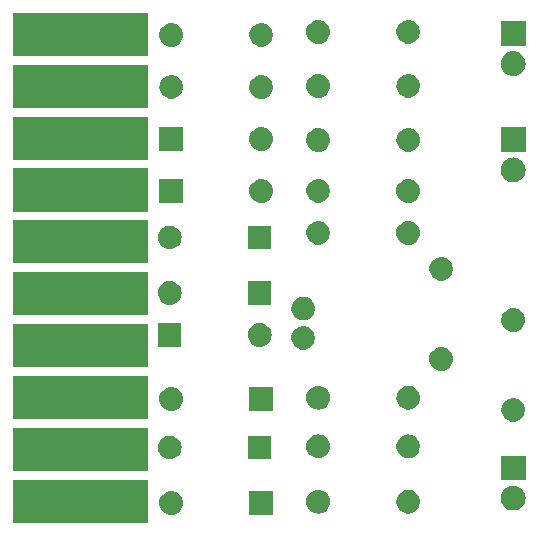
<source format=gbr>
G04 #@! TF.GenerationSoftware,KiCad,Pcbnew,(5.0.1)-3*
G04 #@! TF.CreationDate,2019-02-06T21:35:15-05:00*
G04 #@! TF.ProjectId,OdysseyDaughterCardSummer,4F647973736579446175676874657243,1.1*
G04 #@! TF.SameCoordinates,Original*
G04 #@! TF.FileFunction,Soldermask,Bot*
G04 #@! TF.FilePolarity,Negative*
%FSLAX46Y46*%
G04 Gerber Fmt 4.6, Leading zero omitted, Abs format (unit mm)*
G04 Created by KiCad (PCBNEW (5.0.1)-3) date 2/6/2019 9:35:15 PM*
%MOMM*%
%LPD*%
G01*
G04 APERTURE LIST*
%ADD10C,0.100000*%
G04 APERTURE END LIST*
D10*
G36*
X134700000Y-122574992D02*
X123300000Y-122574992D01*
X123300000Y-118924992D01*
X134700000Y-118924992D01*
X134700000Y-122574992D01*
X134700000Y-122574992D01*
G37*
G36*
X145272000Y-121904000D02*
X143272000Y-121904000D01*
X143272000Y-119904000D01*
X145272000Y-119904000D01*
X145272000Y-121904000D01*
X145272000Y-121904000D01*
G37*
G36*
X136848030Y-119918469D02*
X136848033Y-119918470D01*
X136848034Y-119918470D01*
X137036535Y-119975651D01*
X137036537Y-119975652D01*
X137210260Y-120068509D01*
X137362528Y-120193472D01*
X137487491Y-120345740D01*
X137487492Y-120345742D01*
X137580349Y-120519465D01*
X137637530Y-120707966D01*
X137637531Y-120707970D01*
X137656838Y-120904000D01*
X137637531Y-121100030D01*
X137637530Y-121100033D01*
X137637530Y-121100034D01*
X137595056Y-121240054D01*
X137580348Y-121288537D01*
X137487491Y-121462260D01*
X137362528Y-121614528D01*
X137210260Y-121739491D01*
X137210258Y-121739492D01*
X137036535Y-121832349D01*
X136848034Y-121889530D01*
X136848033Y-121889530D01*
X136848030Y-121889531D01*
X136701124Y-121904000D01*
X136602876Y-121904000D01*
X136455970Y-121889531D01*
X136455967Y-121889530D01*
X136455966Y-121889530D01*
X136267465Y-121832349D01*
X136093742Y-121739492D01*
X136093740Y-121739491D01*
X135941472Y-121614528D01*
X135816509Y-121462260D01*
X135723652Y-121288537D01*
X135708945Y-121240054D01*
X135666470Y-121100034D01*
X135666470Y-121100033D01*
X135666469Y-121100030D01*
X135647162Y-120904000D01*
X135666469Y-120707970D01*
X135666470Y-120707966D01*
X135723651Y-120519465D01*
X135816508Y-120345742D01*
X135816509Y-120345740D01*
X135941472Y-120193472D01*
X136093740Y-120068509D01*
X136267463Y-119975652D01*
X136267465Y-119975651D01*
X136455966Y-119918470D01*
X136455967Y-119918470D01*
X136455970Y-119918469D01*
X136602876Y-119904000D01*
X136701124Y-119904000D01*
X136848030Y-119918469D01*
X136848030Y-119918469D01*
G37*
G36*
X156893770Y-119819372D02*
X157009689Y-119842429D01*
X157191678Y-119917811D01*
X157355463Y-120027249D01*
X157494751Y-120166537D01*
X157604189Y-120330322D01*
X157679571Y-120512311D01*
X157702628Y-120628230D01*
X157716872Y-120699834D01*
X157718000Y-120705509D01*
X157718000Y-120902491D01*
X157679571Y-121095689D01*
X157604189Y-121277678D01*
X157494751Y-121441463D01*
X157355463Y-121580751D01*
X157191678Y-121690189D01*
X157009689Y-121765571D01*
X156893770Y-121788628D01*
X156816493Y-121804000D01*
X156619507Y-121804000D01*
X156542230Y-121788628D01*
X156426311Y-121765571D01*
X156244322Y-121690189D01*
X156080537Y-121580751D01*
X155941249Y-121441463D01*
X155831811Y-121277678D01*
X155756429Y-121095689D01*
X155718000Y-120902491D01*
X155718000Y-120705509D01*
X155719129Y-120699834D01*
X155733372Y-120628230D01*
X155756429Y-120512311D01*
X155831811Y-120330322D01*
X155941249Y-120166537D01*
X156080537Y-120027249D01*
X156244322Y-119917811D01*
X156426311Y-119842429D01*
X156542230Y-119819372D01*
X156619507Y-119804000D01*
X156816493Y-119804000D01*
X156893770Y-119819372D01*
X156893770Y-119819372D01*
G37*
G36*
X149294030Y-119818469D02*
X149294033Y-119818470D01*
X149294034Y-119818470D01*
X149482535Y-119875651D01*
X149482537Y-119875652D01*
X149656260Y-119968509D01*
X149808528Y-120093472D01*
X149933491Y-120245740D01*
X149933492Y-120245742D01*
X150026349Y-120419465D01*
X150083530Y-120607966D01*
X150083531Y-120607970D01*
X150102838Y-120804000D01*
X150083531Y-121000030D01*
X150083530Y-121000033D01*
X150083530Y-121000034D01*
X150053197Y-121100030D01*
X150026348Y-121188537D01*
X149933491Y-121362260D01*
X149808528Y-121514528D01*
X149656260Y-121639491D01*
X149656258Y-121639492D01*
X149482535Y-121732349D01*
X149294034Y-121789530D01*
X149294033Y-121789530D01*
X149294030Y-121789531D01*
X149147124Y-121804000D01*
X149048876Y-121804000D01*
X148901970Y-121789531D01*
X148901967Y-121789530D01*
X148901966Y-121789530D01*
X148713465Y-121732349D01*
X148539742Y-121639492D01*
X148539740Y-121639491D01*
X148387472Y-121514528D01*
X148262509Y-121362260D01*
X148169652Y-121188537D01*
X148142804Y-121100030D01*
X148112470Y-121000034D01*
X148112470Y-121000033D01*
X148112469Y-121000030D01*
X148093162Y-120804000D01*
X148112469Y-120607970D01*
X148112470Y-120607966D01*
X148169651Y-120419465D01*
X148262508Y-120245742D01*
X148262509Y-120245740D01*
X148387472Y-120093472D01*
X148539740Y-119968509D01*
X148713463Y-119875652D01*
X148713465Y-119875651D01*
X148901966Y-119818470D01*
X148901967Y-119818470D01*
X148901970Y-119818469D01*
X149048876Y-119804000D01*
X149147124Y-119804000D01*
X149294030Y-119818469D01*
X149294030Y-119818469D01*
G37*
G36*
X165736707Y-119451597D02*
X165813836Y-119459193D01*
X165945787Y-119499220D01*
X166011763Y-119519233D01*
X166194172Y-119616733D01*
X166354054Y-119747946D01*
X166485267Y-119907828D01*
X166582767Y-120090237D01*
X166582767Y-120090238D01*
X166642807Y-120288164D01*
X166663080Y-120494000D01*
X166642807Y-120699836D01*
X166611209Y-120804000D01*
X166582767Y-120897763D01*
X166485267Y-121080172D01*
X166354054Y-121240054D01*
X166194172Y-121371267D01*
X166011763Y-121468767D01*
X165945787Y-121488780D01*
X165813836Y-121528807D01*
X165736707Y-121536403D01*
X165659580Y-121544000D01*
X165556420Y-121544000D01*
X165479293Y-121536403D01*
X165402164Y-121528807D01*
X165270213Y-121488780D01*
X165204237Y-121468767D01*
X165021828Y-121371267D01*
X164861946Y-121240054D01*
X164730733Y-121080172D01*
X164633233Y-120897763D01*
X164604791Y-120804000D01*
X164573193Y-120699836D01*
X164552920Y-120494000D01*
X164573193Y-120288164D01*
X164633233Y-120090238D01*
X164633233Y-120090237D01*
X164730733Y-119907828D01*
X164861946Y-119747946D01*
X165021828Y-119616733D01*
X165204237Y-119519233D01*
X165270213Y-119499220D01*
X165402164Y-119459193D01*
X165479293Y-119451597D01*
X165556420Y-119444000D01*
X165659580Y-119444000D01*
X165736707Y-119451597D01*
X165736707Y-119451597D01*
G37*
G36*
X166658000Y-119004000D02*
X164558000Y-119004000D01*
X164558000Y-116904000D01*
X166658000Y-116904000D01*
X166658000Y-119004000D01*
X166658000Y-119004000D01*
G37*
G36*
X134700000Y-118186104D02*
X123300000Y-118186104D01*
X123300000Y-114536104D01*
X134700000Y-114536104D01*
X134700000Y-118186104D01*
X134700000Y-118186104D01*
G37*
G36*
X145145000Y-117205000D02*
X143145000Y-117205000D01*
X143145000Y-115205000D01*
X145145000Y-115205000D01*
X145145000Y-117205000D01*
X145145000Y-117205000D01*
G37*
G36*
X136721030Y-115219469D02*
X136721033Y-115219470D01*
X136721034Y-115219470D01*
X136909535Y-115276651D01*
X136909537Y-115276652D01*
X137083260Y-115369509D01*
X137235528Y-115494472D01*
X137360491Y-115646740D01*
X137360492Y-115646742D01*
X137453349Y-115820465D01*
X137510530Y-116008966D01*
X137510531Y-116008970D01*
X137529838Y-116205000D01*
X137510531Y-116401030D01*
X137510530Y-116401033D01*
X137510530Y-116401034D01*
X137483684Y-116489535D01*
X137453348Y-116589537D01*
X137360491Y-116763260D01*
X137235528Y-116915528D01*
X137083260Y-117040491D01*
X137083258Y-117040492D01*
X136909535Y-117133349D01*
X136721034Y-117190530D01*
X136721033Y-117190530D01*
X136721030Y-117190531D01*
X136574124Y-117205000D01*
X136475876Y-117205000D01*
X136328970Y-117190531D01*
X136328967Y-117190530D01*
X136328966Y-117190530D01*
X136140465Y-117133349D01*
X135966742Y-117040492D01*
X135966740Y-117040491D01*
X135814472Y-116915528D01*
X135689509Y-116763260D01*
X135596652Y-116589537D01*
X135566317Y-116489535D01*
X135539470Y-116401034D01*
X135539470Y-116401033D01*
X135539469Y-116401030D01*
X135520162Y-116205000D01*
X135539469Y-116008970D01*
X135539470Y-116008966D01*
X135596651Y-115820465D01*
X135689508Y-115646742D01*
X135689509Y-115646740D01*
X135814472Y-115494472D01*
X135966740Y-115369509D01*
X136140463Y-115276652D01*
X136140465Y-115276651D01*
X136328966Y-115219470D01*
X136328967Y-115219470D01*
X136328970Y-115219469D01*
X136475876Y-115205000D01*
X136574124Y-115205000D01*
X136721030Y-115219469D01*
X136721030Y-115219469D01*
G37*
G36*
X149294030Y-115119469D02*
X149294033Y-115119470D01*
X149294034Y-115119470D01*
X149482535Y-115176651D01*
X149482537Y-115176652D01*
X149656260Y-115269509D01*
X149808528Y-115394472D01*
X149933491Y-115546740D01*
X149933492Y-115546742D01*
X150026349Y-115720465D01*
X150083530Y-115908966D01*
X150083531Y-115908970D01*
X150102838Y-116105000D01*
X150083531Y-116301030D01*
X150083530Y-116301033D01*
X150083530Y-116301034D01*
X150053197Y-116401030D01*
X150026348Y-116489537D01*
X149933491Y-116663260D01*
X149808528Y-116815528D01*
X149656260Y-116940491D01*
X149656258Y-116940492D01*
X149482535Y-117033349D01*
X149294034Y-117090530D01*
X149294033Y-117090530D01*
X149294030Y-117090531D01*
X149147124Y-117105000D01*
X149048876Y-117105000D01*
X148901970Y-117090531D01*
X148901967Y-117090530D01*
X148901966Y-117090530D01*
X148713465Y-117033349D01*
X148539742Y-116940492D01*
X148539740Y-116940491D01*
X148387472Y-116815528D01*
X148262509Y-116663260D01*
X148169652Y-116489537D01*
X148142804Y-116401030D01*
X148112470Y-116301034D01*
X148112470Y-116301033D01*
X148112469Y-116301030D01*
X148093162Y-116105000D01*
X148112469Y-115908970D01*
X148112470Y-115908966D01*
X148169651Y-115720465D01*
X148262508Y-115546742D01*
X148262509Y-115546740D01*
X148387472Y-115394472D01*
X148539740Y-115269509D01*
X148713463Y-115176652D01*
X148713465Y-115176651D01*
X148901966Y-115119470D01*
X148901967Y-115119470D01*
X148901970Y-115119469D01*
X149048876Y-115105000D01*
X149147124Y-115105000D01*
X149294030Y-115119469D01*
X149294030Y-115119469D01*
G37*
G36*
X156893770Y-115120372D02*
X157009689Y-115143429D01*
X157191678Y-115218811D01*
X157355463Y-115328249D01*
X157494751Y-115467537D01*
X157604189Y-115631322D01*
X157679571Y-115813311D01*
X157718000Y-116006509D01*
X157718000Y-116203491D01*
X157679571Y-116396689D01*
X157604189Y-116578678D01*
X157494751Y-116742463D01*
X157355463Y-116881751D01*
X157191678Y-116991189D01*
X157009689Y-117066571D01*
X156893770Y-117089628D01*
X156816493Y-117105000D01*
X156619507Y-117105000D01*
X156542230Y-117089628D01*
X156426311Y-117066571D01*
X156244322Y-116991189D01*
X156080537Y-116881751D01*
X155941249Y-116742463D01*
X155831811Y-116578678D01*
X155756429Y-116396689D01*
X155718000Y-116203491D01*
X155718000Y-116006509D01*
X155756429Y-115813311D01*
X155831811Y-115631322D01*
X155941249Y-115467537D01*
X156080537Y-115328249D01*
X156244322Y-115218811D01*
X156426311Y-115143429D01*
X156542230Y-115120372D01*
X156619507Y-115105000D01*
X156816493Y-115105000D01*
X156893770Y-115120372D01*
X156893770Y-115120372D01*
G37*
G36*
X165783770Y-112045372D02*
X165899689Y-112068429D01*
X166081678Y-112143811D01*
X166245463Y-112253249D01*
X166384751Y-112392537D01*
X166494189Y-112556322D01*
X166569571Y-112738311D01*
X166577017Y-112775747D01*
X166607173Y-112927348D01*
X166608000Y-112931509D01*
X166608000Y-113128491D01*
X166569571Y-113321689D01*
X166494189Y-113503678D01*
X166384751Y-113667463D01*
X166245463Y-113806751D01*
X166081678Y-113916189D01*
X165899689Y-113991571D01*
X165783770Y-114014628D01*
X165706493Y-114030000D01*
X165509507Y-114030000D01*
X165432230Y-114014628D01*
X165316311Y-113991571D01*
X165134322Y-113916189D01*
X164970537Y-113806751D01*
X164831249Y-113667463D01*
X164721811Y-113503678D01*
X164646429Y-113321689D01*
X164608000Y-113128491D01*
X164608000Y-112931509D01*
X164608828Y-112927348D01*
X164638983Y-112775747D01*
X164646429Y-112738311D01*
X164721811Y-112556322D01*
X164831249Y-112392537D01*
X164970537Y-112253249D01*
X165134322Y-112143811D01*
X165316311Y-112068429D01*
X165432230Y-112045372D01*
X165509507Y-112030000D01*
X165706493Y-112030000D01*
X165783770Y-112045372D01*
X165783770Y-112045372D01*
G37*
G36*
X134700000Y-113797216D02*
X123300000Y-113797216D01*
X123300000Y-110147216D01*
X134700000Y-110147216D01*
X134700000Y-113797216D01*
X134700000Y-113797216D01*
G37*
G36*
X145272000Y-113099000D02*
X143272000Y-113099000D01*
X143272000Y-111099000D01*
X145272000Y-111099000D01*
X145272000Y-113099000D01*
X145272000Y-113099000D01*
G37*
G36*
X136848030Y-111113469D02*
X136848033Y-111113470D01*
X136848034Y-111113470D01*
X137036535Y-111170651D01*
X137036537Y-111170652D01*
X137210260Y-111263509D01*
X137362528Y-111388472D01*
X137487491Y-111540740D01*
X137487492Y-111540742D01*
X137580349Y-111714465D01*
X137637530Y-111902966D01*
X137637531Y-111902970D01*
X137656838Y-112099000D01*
X137637531Y-112295030D01*
X137637530Y-112295033D01*
X137637530Y-112295034D01*
X137607954Y-112392534D01*
X137580348Y-112483537D01*
X137487491Y-112657260D01*
X137362528Y-112809528D01*
X137210260Y-112934491D01*
X137210258Y-112934492D01*
X137036535Y-113027349D01*
X136848034Y-113084530D01*
X136848033Y-113084530D01*
X136848030Y-113084531D01*
X136701124Y-113099000D01*
X136602876Y-113099000D01*
X136455970Y-113084531D01*
X136455967Y-113084530D01*
X136455966Y-113084530D01*
X136267465Y-113027349D01*
X136093742Y-112934492D01*
X136093740Y-112934491D01*
X135941472Y-112809528D01*
X135816509Y-112657260D01*
X135723652Y-112483537D01*
X135696047Y-112392534D01*
X135666470Y-112295034D01*
X135666470Y-112295033D01*
X135666469Y-112295030D01*
X135647162Y-112099000D01*
X135666469Y-111902970D01*
X135666470Y-111902966D01*
X135723651Y-111714465D01*
X135816508Y-111540742D01*
X135816509Y-111540740D01*
X135941472Y-111388472D01*
X136093740Y-111263509D01*
X136267463Y-111170652D01*
X136267465Y-111170651D01*
X136455966Y-111113470D01*
X136455967Y-111113470D01*
X136455970Y-111113469D01*
X136602876Y-111099000D01*
X136701124Y-111099000D01*
X136848030Y-111113469D01*
X136848030Y-111113469D01*
G37*
G36*
X156893770Y-111014372D02*
X157009689Y-111037429D01*
X157191678Y-111112811D01*
X157355463Y-111222249D01*
X157494751Y-111361537D01*
X157604189Y-111525322D01*
X157679571Y-111707311D01*
X157702628Y-111823230D01*
X157718000Y-111900507D01*
X157718000Y-112097493D01*
X157702628Y-112174770D01*
X157679571Y-112290689D01*
X157604189Y-112472678D01*
X157494751Y-112636463D01*
X157355463Y-112775751D01*
X157191678Y-112885189D01*
X157009689Y-112960571D01*
X156893770Y-112983628D01*
X156816493Y-112999000D01*
X156619507Y-112999000D01*
X156542230Y-112983628D01*
X156426311Y-112960571D01*
X156244322Y-112885189D01*
X156080537Y-112775751D01*
X155941249Y-112636463D01*
X155831811Y-112472678D01*
X155756429Y-112290689D01*
X155733372Y-112174770D01*
X155718000Y-112097493D01*
X155718000Y-111900507D01*
X155733372Y-111823230D01*
X155756429Y-111707311D01*
X155831811Y-111525322D01*
X155941249Y-111361537D01*
X156080537Y-111222249D01*
X156244322Y-111112811D01*
X156426311Y-111037429D01*
X156542230Y-111014372D01*
X156619507Y-110999000D01*
X156816493Y-110999000D01*
X156893770Y-111014372D01*
X156893770Y-111014372D01*
G37*
G36*
X149294030Y-111013469D02*
X149294033Y-111013470D01*
X149294034Y-111013470D01*
X149482535Y-111070651D01*
X149482537Y-111070652D01*
X149656260Y-111163509D01*
X149808528Y-111288472D01*
X149933491Y-111440740D01*
X149933492Y-111440742D01*
X150026349Y-111614465D01*
X150083530Y-111802966D01*
X150083531Y-111802970D01*
X150102838Y-111999000D01*
X150083531Y-112195030D01*
X150083530Y-112195033D01*
X150083530Y-112195034D01*
X150053197Y-112295030D01*
X150026348Y-112383537D01*
X149933491Y-112557260D01*
X149808528Y-112709528D01*
X149656260Y-112834491D01*
X149656258Y-112834492D01*
X149482535Y-112927349D01*
X149294034Y-112984530D01*
X149294033Y-112984530D01*
X149294030Y-112984531D01*
X149147124Y-112999000D01*
X149048876Y-112999000D01*
X148901970Y-112984531D01*
X148901967Y-112984530D01*
X148901966Y-112984530D01*
X148713465Y-112927349D01*
X148539742Y-112834492D01*
X148539740Y-112834491D01*
X148387472Y-112709528D01*
X148262509Y-112557260D01*
X148169652Y-112383537D01*
X148142804Y-112295030D01*
X148112470Y-112195034D01*
X148112470Y-112195033D01*
X148112469Y-112195030D01*
X148093162Y-111999000D01*
X148112469Y-111802970D01*
X148112470Y-111802966D01*
X148169651Y-111614465D01*
X148262508Y-111440742D01*
X148262509Y-111440740D01*
X148387472Y-111288472D01*
X148539740Y-111163509D01*
X148713463Y-111070652D01*
X148713465Y-111070651D01*
X148901966Y-111013470D01*
X148901967Y-111013470D01*
X148901970Y-111013469D01*
X149048876Y-110999000D01*
X149147124Y-110999000D01*
X149294030Y-111013469D01*
X149294030Y-111013469D01*
G37*
G36*
X159708030Y-107726469D02*
X159708033Y-107726470D01*
X159708034Y-107726470D01*
X159896535Y-107783651D01*
X159896537Y-107783652D01*
X160070260Y-107876509D01*
X160222528Y-108001472D01*
X160347491Y-108153740D01*
X160440348Y-108327463D01*
X160497531Y-108515970D01*
X160516838Y-108712000D01*
X160497531Y-108908030D01*
X160440348Y-109096537D01*
X160347491Y-109270260D01*
X160222528Y-109422528D01*
X160070260Y-109547491D01*
X160070258Y-109547492D01*
X159896535Y-109640349D01*
X159708034Y-109697530D01*
X159708033Y-109697530D01*
X159708030Y-109697531D01*
X159561124Y-109712000D01*
X159462876Y-109712000D01*
X159315970Y-109697531D01*
X159315967Y-109697530D01*
X159315966Y-109697530D01*
X159127465Y-109640349D01*
X158953742Y-109547492D01*
X158953740Y-109547491D01*
X158801472Y-109422528D01*
X158676509Y-109270260D01*
X158583652Y-109096537D01*
X158526469Y-108908030D01*
X158507162Y-108712000D01*
X158526469Y-108515970D01*
X158583652Y-108327463D01*
X158676509Y-108153740D01*
X158801472Y-108001472D01*
X158953740Y-107876509D01*
X159127463Y-107783652D01*
X159127465Y-107783651D01*
X159315966Y-107726470D01*
X159315967Y-107726470D01*
X159315970Y-107726469D01*
X159462876Y-107712000D01*
X159561124Y-107712000D01*
X159708030Y-107726469D01*
X159708030Y-107726469D01*
G37*
G36*
X134700000Y-109408328D02*
X123300000Y-109408328D01*
X123300000Y-105758328D01*
X134700000Y-105758328D01*
X134700000Y-109408328D01*
X134700000Y-109408328D01*
G37*
G36*
X148003770Y-105949372D02*
X148119689Y-105972429D01*
X148301678Y-106047811D01*
X148465463Y-106157249D01*
X148604751Y-106296537D01*
X148714189Y-106460322D01*
X148789571Y-106642311D01*
X148828000Y-106835509D01*
X148828000Y-107032491D01*
X148789571Y-107225689D01*
X148714189Y-107407678D01*
X148604751Y-107571463D01*
X148465463Y-107710751D01*
X148301678Y-107820189D01*
X148119689Y-107895571D01*
X148003770Y-107918628D01*
X147926493Y-107934000D01*
X147729507Y-107934000D01*
X147652230Y-107918628D01*
X147536311Y-107895571D01*
X147354322Y-107820189D01*
X147190537Y-107710751D01*
X147051249Y-107571463D01*
X146941811Y-107407678D01*
X146866429Y-107225689D01*
X146828000Y-107032491D01*
X146828000Y-106835509D01*
X146866429Y-106642311D01*
X146941811Y-106460322D01*
X147051249Y-106296537D01*
X147190537Y-106157249D01*
X147354322Y-106047811D01*
X147536311Y-105972429D01*
X147652230Y-105949372D01*
X147729507Y-105934000D01*
X147926493Y-105934000D01*
X148003770Y-105949372D01*
X148003770Y-105949372D01*
G37*
G36*
X137525000Y-107680000D02*
X135525000Y-107680000D01*
X135525000Y-105680000D01*
X137525000Y-105680000D01*
X137525000Y-107680000D01*
X137525000Y-107680000D01*
G37*
G36*
X144341030Y-105694469D02*
X144341033Y-105694470D01*
X144341034Y-105694470D01*
X144529535Y-105751651D01*
X144529537Y-105751652D01*
X144703260Y-105844509D01*
X144855528Y-105969472D01*
X144980491Y-106121740D01*
X144980492Y-106121742D01*
X145073349Y-106295465D01*
X145130530Y-106483966D01*
X145130531Y-106483970D01*
X145149838Y-106680000D01*
X145130531Y-106876030D01*
X145130530Y-106876033D01*
X145130530Y-106876034D01*
X145083069Y-107032493D01*
X145073348Y-107064537D01*
X144980491Y-107238260D01*
X144855528Y-107390528D01*
X144703260Y-107515491D01*
X144703258Y-107515492D01*
X144529535Y-107608349D01*
X144341034Y-107665530D01*
X144341033Y-107665530D01*
X144341030Y-107665531D01*
X144194124Y-107680000D01*
X144095876Y-107680000D01*
X143948970Y-107665531D01*
X143948967Y-107665530D01*
X143948966Y-107665530D01*
X143760465Y-107608349D01*
X143586742Y-107515492D01*
X143586740Y-107515491D01*
X143434472Y-107390528D01*
X143309509Y-107238260D01*
X143216652Y-107064537D01*
X143206932Y-107032493D01*
X143159470Y-106876034D01*
X143159470Y-106876033D01*
X143159469Y-106876030D01*
X143140162Y-106680000D01*
X143159469Y-106483970D01*
X143159470Y-106483966D01*
X143216651Y-106295465D01*
X143309508Y-106121742D01*
X143309509Y-106121740D01*
X143434472Y-105969472D01*
X143586740Y-105844509D01*
X143760463Y-105751652D01*
X143760465Y-105751651D01*
X143948966Y-105694470D01*
X143948967Y-105694470D01*
X143948970Y-105694469D01*
X144095876Y-105680000D01*
X144194124Y-105680000D01*
X144341030Y-105694469D01*
X144341030Y-105694469D01*
G37*
G36*
X165804030Y-104424469D02*
X165804033Y-104424470D01*
X165804034Y-104424470D01*
X165992535Y-104481651D01*
X165992537Y-104481652D01*
X166166260Y-104574509D01*
X166318528Y-104699472D01*
X166443491Y-104851740D01*
X166533129Y-105019440D01*
X166536349Y-105025465D01*
X166592555Y-105210751D01*
X166593531Y-105213970D01*
X166612838Y-105410000D01*
X166593531Y-105606030D01*
X166593530Y-105606033D01*
X166593530Y-105606034D01*
X166549358Y-105751651D01*
X166536348Y-105794537D01*
X166443491Y-105968260D01*
X166318528Y-106120528D01*
X166166260Y-106245491D01*
X166166258Y-106245492D01*
X165992535Y-106338349D01*
X165804034Y-106395530D01*
X165804033Y-106395530D01*
X165804030Y-106395531D01*
X165657124Y-106410000D01*
X165558876Y-106410000D01*
X165411970Y-106395531D01*
X165411967Y-106395530D01*
X165411966Y-106395530D01*
X165223465Y-106338349D01*
X165049742Y-106245492D01*
X165049740Y-106245491D01*
X164897472Y-106120528D01*
X164772509Y-105968260D01*
X164679652Y-105794537D01*
X164666643Y-105751651D01*
X164622470Y-105606034D01*
X164622470Y-105606033D01*
X164622469Y-105606030D01*
X164603162Y-105410000D01*
X164622469Y-105213970D01*
X164623445Y-105210751D01*
X164679651Y-105025465D01*
X164682871Y-105019440D01*
X164772509Y-104851740D01*
X164897472Y-104699472D01*
X165049740Y-104574509D01*
X165223463Y-104481652D01*
X165223465Y-104481651D01*
X165411966Y-104424470D01*
X165411967Y-104424470D01*
X165411970Y-104424469D01*
X165558876Y-104410000D01*
X165657124Y-104410000D01*
X165804030Y-104424469D01*
X165804030Y-104424469D01*
G37*
G36*
X148003770Y-103449372D02*
X148119689Y-103472429D01*
X148301678Y-103547811D01*
X148465463Y-103657249D01*
X148604751Y-103796537D01*
X148714189Y-103960322D01*
X148789571Y-104142311D01*
X148812628Y-104258230D01*
X148828000Y-104335507D01*
X148828000Y-104532493D01*
X148819642Y-104574509D01*
X148789571Y-104725689D01*
X148714189Y-104907678D01*
X148604751Y-105071463D01*
X148465463Y-105210751D01*
X148301678Y-105320189D01*
X148119689Y-105395571D01*
X148003770Y-105418628D01*
X147926493Y-105434000D01*
X147729507Y-105434000D01*
X147652230Y-105418628D01*
X147536311Y-105395571D01*
X147354322Y-105320189D01*
X147190537Y-105210751D01*
X147051249Y-105071463D01*
X146941811Y-104907678D01*
X146866429Y-104725689D01*
X146836358Y-104574509D01*
X146828000Y-104532493D01*
X146828000Y-104335507D01*
X146843372Y-104258230D01*
X146866429Y-104142311D01*
X146941811Y-103960322D01*
X147051249Y-103796537D01*
X147190537Y-103657249D01*
X147354322Y-103547811D01*
X147536311Y-103472429D01*
X147652230Y-103449372D01*
X147729507Y-103434000D01*
X147926493Y-103434000D01*
X148003770Y-103449372D01*
X148003770Y-103449372D01*
G37*
G36*
X134700000Y-105019440D02*
X123300000Y-105019440D01*
X123300000Y-101369440D01*
X134700000Y-101369440D01*
X134700000Y-105019440D01*
X134700000Y-105019440D01*
G37*
G36*
X136721030Y-102138469D02*
X136721033Y-102138470D01*
X136721034Y-102138470D01*
X136909535Y-102195651D01*
X136909537Y-102195652D01*
X137083260Y-102288509D01*
X137235528Y-102413472D01*
X137360491Y-102565740D01*
X137453348Y-102739463D01*
X137510531Y-102927970D01*
X137529838Y-103124000D01*
X137510531Y-103320030D01*
X137510530Y-103320033D01*
X137510530Y-103320034D01*
X137464302Y-103472429D01*
X137453348Y-103508537D01*
X137360491Y-103682260D01*
X137235528Y-103834528D01*
X137083260Y-103959491D01*
X137083258Y-103959492D01*
X136909535Y-104052349D01*
X136721034Y-104109530D01*
X136721033Y-104109530D01*
X136721030Y-104109531D01*
X136574124Y-104124000D01*
X136475876Y-104124000D01*
X136328970Y-104109531D01*
X136328967Y-104109530D01*
X136328966Y-104109530D01*
X136140465Y-104052349D01*
X135966742Y-103959492D01*
X135966740Y-103959491D01*
X135814472Y-103834528D01*
X135689509Y-103682260D01*
X135596652Y-103508537D01*
X135585699Y-103472429D01*
X135539470Y-103320034D01*
X135539470Y-103320033D01*
X135539469Y-103320030D01*
X135520162Y-103124000D01*
X135539469Y-102927970D01*
X135596652Y-102739463D01*
X135689509Y-102565740D01*
X135814472Y-102413472D01*
X135966740Y-102288509D01*
X136140463Y-102195652D01*
X136140465Y-102195651D01*
X136328966Y-102138470D01*
X136328967Y-102138470D01*
X136328970Y-102138469D01*
X136475876Y-102124000D01*
X136574124Y-102124000D01*
X136721030Y-102138469D01*
X136721030Y-102138469D01*
G37*
G36*
X145145000Y-104124000D02*
X143145000Y-104124000D01*
X143145000Y-102124000D01*
X145145000Y-102124000D01*
X145145000Y-104124000D01*
X145145000Y-104124000D01*
G37*
G36*
X159687770Y-100107372D02*
X159803689Y-100130429D01*
X159985678Y-100205811D01*
X160149463Y-100315249D01*
X160288751Y-100454537D01*
X160398189Y-100618322D01*
X160473571Y-100800311D01*
X160512000Y-100993509D01*
X160512000Y-101190491D01*
X160473571Y-101383689D01*
X160398189Y-101565678D01*
X160288751Y-101729463D01*
X160149463Y-101868751D01*
X159985678Y-101978189D01*
X159803689Y-102053571D01*
X159687770Y-102076628D01*
X159610493Y-102092000D01*
X159413507Y-102092000D01*
X159336230Y-102076628D01*
X159220311Y-102053571D01*
X159038322Y-101978189D01*
X158874537Y-101868751D01*
X158735249Y-101729463D01*
X158625811Y-101565678D01*
X158550429Y-101383689D01*
X158512000Y-101190491D01*
X158512000Y-100993509D01*
X158550429Y-100800311D01*
X158625811Y-100618322D01*
X158735249Y-100454537D01*
X158874537Y-100315249D01*
X159038322Y-100205811D01*
X159220311Y-100130429D01*
X159336230Y-100107372D01*
X159413507Y-100092000D01*
X159610493Y-100092000D01*
X159687770Y-100107372D01*
X159687770Y-100107372D01*
G37*
G36*
X134700000Y-100630552D02*
X123300000Y-100630552D01*
X123300000Y-96980552D01*
X134700000Y-96980552D01*
X134700000Y-100630552D01*
X134700000Y-100630552D01*
G37*
G36*
X145145000Y-99425000D02*
X143145000Y-99425000D01*
X143145000Y-97425000D01*
X145145000Y-97425000D01*
X145145000Y-99425000D01*
X145145000Y-99425000D01*
G37*
G36*
X136721030Y-97439469D02*
X136721033Y-97439470D01*
X136721034Y-97439470D01*
X136909535Y-97496651D01*
X136909537Y-97496652D01*
X137083260Y-97589509D01*
X137235528Y-97714472D01*
X137360491Y-97866740D01*
X137360492Y-97866742D01*
X137453349Y-98040465D01*
X137510530Y-98228966D01*
X137510531Y-98228970D01*
X137529838Y-98425000D01*
X137510531Y-98621030D01*
X137453348Y-98809537D01*
X137360491Y-98983260D01*
X137235528Y-99135528D01*
X137083260Y-99260491D01*
X137083258Y-99260492D01*
X136909535Y-99353349D01*
X136721034Y-99410530D01*
X136721033Y-99410530D01*
X136721030Y-99410531D01*
X136574124Y-99425000D01*
X136475876Y-99425000D01*
X136328970Y-99410531D01*
X136328967Y-99410530D01*
X136328966Y-99410530D01*
X136140465Y-99353349D01*
X135966742Y-99260492D01*
X135966740Y-99260491D01*
X135814472Y-99135528D01*
X135689509Y-98983260D01*
X135596652Y-98809537D01*
X135539469Y-98621030D01*
X135520162Y-98425000D01*
X135539469Y-98228970D01*
X135539470Y-98228966D01*
X135596651Y-98040465D01*
X135689508Y-97866742D01*
X135689509Y-97866740D01*
X135814472Y-97714472D01*
X135966740Y-97589509D01*
X136140463Y-97496652D01*
X136140465Y-97496651D01*
X136328966Y-97439470D01*
X136328967Y-97439470D01*
X136328970Y-97439469D01*
X136475876Y-97425000D01*
X136574124Y-97425000D01*
X136721030Y-97439469D01*
X136721030Y-97439469D01*
G37*
G36*
X149273770Y-97059372D02*
X149389689Y-97082429D01*
X149571678Y-97157811D01*
X149735463Y-97267249D01*
X149874751Y-97406537D01*
X149984189Y-97570322D01*
X150059571Y-97752311D01*
X150098000Y-97945509D01*
X150098000Y-98142491D01*
X150059571Y-98335689D01*
X149984189Y-98517678D01*
X149874751Y-98681463D01*
X149735463Y-98820751D01*
X149571678Y-98930189D01*
X149389689Y-99005571D01*
X149273770Y-99028628D01*
X149196493Y-99044000D01*
X148999507Y-99044000D01*
X148922230Y-99028628D01*
X148806311Y-99005571D01*
X148624322Y-98930189D01*
X148460537Y-98820751D01*
X148321249Y-98681463D01*
X148211811Y-98517678D01*
X148136429Y-98335689D01*
X148098000Y-98142491D01*
X148098000Y-97945509D01*
X148136429Y-97752311D01*
X148211811Y-97570322D01*
X148321249Y-97406537D01*
X148460537Y-97267249D01*
X148624322Y-97157811D01*
X148806311Y-97082429D01*
X148922230Y-97059372D01*
X148999507Y-97044000D01*
X149196493Y-97044000D01*
X149273770Y-97059372D01*
X149273770Y-97059372D01*
G37*
G36*
X156914030Y-97058469D02*
X156914033Y-97058470D01*
X156914034Y-97058470D01*
X157102535Y-97115651D01*
X157102537Y-97115652D01*
X157276260Y-97208509D01*
X157428528Y-97333472D01*
X157553491Y-97485740D01*
X157646348Y-97659463D01*
X157703531Y-97847970D01*
X157722838Y-98044000D01*
X157703531Y-98240030D01*
X157646348Y-98428537D01*
X157553491Y-98602260D01*
X157428528Y-98754528D01*
X157276260Y-98879491D01*
X157276258Y-98879492D01*
X157102535Y-98972349D01*
X156914034Y-99029530D01*
X156914033Y-99029530D01*
X156914030Y-99029531D01*
X156767124Y-99044000D01*
X156668876Y-99044000D01*
X156521970Y-99029531D01*
X156521967Y-99029530D01*
X156521966Y-99029530D01*
X156333465Y-98972349D01*
X156159742Y-98879492D01*
X156159740Y-98879491D01*
X156007472Y-98754528D01*
X155882509Y-98602260D01*
X155789652Y-98428537D01*
X155732469Y-98240030D01*
X155713162Y-98044000D01*
X155732469Y-97847970D01*
X155789652Y-97659463D01*
X155882509Y-97485740D01*
X156007472Y-97333472D01*
X156159740Y-97208509D01*
X156333463Y-97115652D01*
X156333465Y-97115651D01*
X156521966Y-97058470D01*
X156521967Y-97058470D01*
X156521970Y-97058469D01*
X156668876Y-97044000D01*
X156767124Y-97044000D01*
X156914030Y-97058469D01*
X156914030Y-97058469D01*
G37*
G36*
X134700000Y-96241664D02*
X123300000Y-96241664D01*
X123300000Y-92591664D01*
X134700000Y-92591664D01*
X134700000Y-96241664D01*
X134700000Y-96241664D01*
G37*
G36*
X137652000Y-95488000D02*
X135652000Y-95488000D01*
X135652000Y-93488000D01*
X137652000Y-93488000D01*
X137652000Y-95488000D01*
X137652000Y-95488000D01*
G37*
G36*
X144468030Y-93502469D02*
X144468033Y-93502470D01*
X144468034Y-93502470D01*
X144656535Y-93559651D01*
X144656537Y-93559652D01*
X144830260Y-93652509D01*
X144982528Y-93777472D01*
X145107491Y-93929740D01*
X145200348Y-94103463D01*
X145257531Y-94291970D01*
X145276838Y-94488000D01*
X145257531Y-94684030D01*
X145200348Y-94872537D01*
X145107491Y-95046260D01*
X144982528Y-95198528D01*
X144830260Y-95323491D01*
X144830258Y-95323492D01*
X144656535Y-95416349D01*
X144468034Y-95473530D01*
X144468033Y-95473530D01*
X144468030Y-95473531D01*
X144321124Y-95488000D01*
X144222876Y-95488000D01*
X144075970Y-95473531D01*
X144075967Y-95473530D01*
X144075966Y-95473530D01*
X143887465Y-95416349D01*
X143713742Y-95323492D01*
X143713740Y-95323491D01*
X143561472Y-95198528D01*
X143436509Y-95046260D01*
X143343652Y-94872537D01*
X143286469Y-94684030D01*
X143267162Y-94488000D01*
X143286469Y-94291970D01*
X143343652Y-94103463D01*
X143436509Y-93929740D01*
X143561472Y-93777472D01*
X143713740Y-93652509D01*
X143887463Y-93559652D01*
X143887465Y-93559651D01*
X144075966Y-93502470D01*
X144075967Y-93502470D01*
X144075970Y-93502469D01*
X144222876Y-93488000D01*
X144321124Y-93488000D01*
X144468030Y-93502469D01*
X144468030Y-93502469D01*
G37*
G36*
X156914030Y-93502469D02*
X156914033Y-93502470D01*
X156914034Y-93502470D01*
X157102535Y-93559651D01*
X157102537Y-93559652D01*
X157276260Y-93652509D01*
X157428528Y-93777472D01*
X157553491Y-93929740D01*
X157646348Y-94103463D01*
X157703531Y-94291970D01*
X157722838Y-94488000D01*
X157703531Y-94684030D01*
X157646348Y-94872537D01*
X157553491Y-95046260D01*
X157428528Y-95198528D01*
X157276260Y-95323491D01*
X157276258Y-95323492D01*
X157102535Y-95416349D01*
X156914034Y-95473530D01*
X156914033Y-95473530D01*
X156914030Y-95473531D01*
X156767124Y-95488000D01*
X156668876Y-95488000D01*
X156521970Y-95473531D01*
X156521967Y-95473530D01*
X156521966Y-95473530D01*
X156333465Y-95416349D01*
X156159742Y-95323492D01*
X156159740Y-95323491D01*
X156007472Y-95198528D01*
X155882509Y-95046260D01*
X155789652Y-94872537D01*
X155732469Y-94684030D01*
X155713162Y-94488000D01*
X155732469Y-94291970D01*
X155789652Y-94103463D01*
X155882509Y-93929740D01*
X156007472Y-93777472D01*
X156159740Y-93652509D01*
X156333463Y-93559652D01*
X156333465Y-93559651D01*
X156521966Y-93502470D01*
X156521967Y-93502470D01*
X156521970Y-93502469D01*
X156668876Y-93488000D01*
X156767124Y-93488000D01*
X156914030Y-93502469D01*
X156914030Y-93502469D01*
G37*
G36*
X149273770Y-93503372D02*
X149389689Y-93526429D01*
X149571678Y-93601811D01*
X149735463Y-93711249D01*
X149874751Y-93850537D01*
X149984189Y-94014322D01*
X150059571Y-94196311D01*
X150098000Y-94389509D01*
X150098000Y-94586491D01*
X150059571Y-94779689D01*
X149984189Y-94961678D01*
X149874751Y-95125463D01*
X149735463Y-95264751D01*
X149571678Y-95374189D01*
X149389689Y-95449571D01*
X149273770Y-95472628D01*
X149196493Y-95488000D01*
X148999507Y-95488000D01*
X148922230Y-95472628D01*
X148806311Y-95449571D01*
X148624322Y-95374189D01*
X148460537Y-95264751D01*
X148321249Y-95125463D01*
X148211811Y-94961678D01*
X148136429Y-94779689D01*
X148098000Y-94586491D01*
X148098000Y-94389509D01*
X148136429Y-94196311D01*
X148211811Y-94014322D01*
X148321249Y-93850537D01*
X148460537Y-93711249D01*
X148624322Y-93601811D01*
X148806311Y-93526429D01*
X148922230Y-93503372D01*
X148999507Y-93488000D01*
X149196493Y-93488000D01*
X149273770Y-93503372D01*
X149273770Y-93503372D01*
G37*
G36*
X165736707Y-91667597D02*
X165813836Y-91675193D01*
X165945787Y-91715220D01*
X166011763Y-91735233D01*
X166194172Y-91832733D01*
X166354054Y-91963946D01*
X166485267Y-92123828D01*
X166582767Y-92306237D01*
X166582767Y-92306238D01*
X166642807Y-92504164D01*
X166663080Y-92710000D01*
X166642807Y-92915836D01*
X166602780Y-93047787D01*
X166582767Y-93113763D01*
X166485267Y-93296172D01*
X166354054Y-93456054D01*
X166194172Y-93587267D01*
X166011763Y-93684767D01*
X165945787Y-93704780D01*
X165813836Y-93744807D01*
X165736707Y-93752403D01*
X165659580Y-93760000D01*
X165556420Y-93760000D01*
X165479293Y-93752403D01*
X165402164Y-93744807D01*
X165270213Y-93704780D01*
X165204237Y-93684767D01*
X165021828Y-93587267D01*
X164861946Y-93456054D01*
X164730733Y-93296172D01*
X164633233Y-93113763D01*
X164613220Y-93047787D01*
X164573193Y-92915836D01*
X164552920Y-92710000D01*
X164573193Y-92504164D01*
X164633233Y-92306238D01*
X164633233Y-92306237D01*
X164730733Y-92123828D01*
X164861946Y-91963946D01*
X165021828Y-91832733D01*
X165204237Y-91735233D01*
X165270213Y-91715220D01*
X165402164Y-91675193D01*
X165479293Y-91667596D01*
X165556420Y-91660000D01*
X165659580Y-91660000D01*
X165736707Y-91667597D01*
X165736707Y-91667597D01*
G37*
G36*
X134700000Y-91852776D02*
X123300000Y-91852776D01*
X123300000Y-88202776D01*
X134700000Y-88202776D01*
X134700000Y-91852776D01*
X134700000Y-91852776D01*
G37*
G36*
X166658000Y-91220000D02*
X164558000Y-91220000D01*
X164558000Y-89120000D01*
X166658000Y-89120000D01*
X166658000Y-91220000D01*
X166658000Y-91220000D01*
G37*
G36*
X149294030Y-89184469D02*
X149294033Y-89184470D01*
X149294034Y-89184470D01*
X149482535Y-89241651D01*
X149482537Y-89241652D01*
X149656260Y-89334509D01*
X149808528Y-89459472D01*
X149933491Y-89611740D01*
X149933492Y-89611742D01*
X150026349Y-89785465D01*
X150057838Y-89889270D01*
X150083531Y-89973970D01*
X150102838Y-90170000D01*
X150083531Y-90366030D01*
X150083530Y-90366033D01*
X150083530Y-90366034D01*
X150052042Y-90469837D01*
X150026348Y-90554537D01*
X149933491Y-90728260D01*
X149808528Y-90880528D01*
X149656260Y-91005491D01*
X149506948Y-91085300D01*
X149482535Y-91098349D01*
X149294034Y-91155530D01*
X149294033Y-91155530D01*
X149294030Y-91155531D01*
X149147124Y-91170000D01*
X149048876Y-91170000D01*
X148901970Y-91155531D01*
X148901967Y-91155530D01*
X148901966Y-91155530D01*
X148713465Y-91098349D01*
X148689052Y-91085300D01*
X148539740Y-91005491D01*
X148387472Y-90880528D01*
X148262509Y-90728260D01*
X148169652Y-90554537D01*
X148143959Y-90469837D01*
X148112470Y-90366034D01*
X148112470Y-90366033D01*
X148112469Y-90366030D01*
X148093162Y-90170000D01*
X148112469Y-89973970D01*
X148138162Y-89889270D01*
X148169651Y-89785465D01*
X148262508Y-89611742D01*
X148262509Y-89611740D01*
X148387472Y-89459472D01*
X148539740Y-89334509D01*
X148713463Y-89241652D01*
X148713465Y-89241651D01*
X148901966Y-89184470D01*
X148901967Y-89184470D01*
X148901970Y-89184469D01*
X149048876Y-89170000D01*
X149147124Y-89170000D01*
X149294030Y-89184469D01*
X149294030Y-89184469D01*
G37*
G36*
X156893770Y-89185372D02*
X157009689Y-89208429D01*
X157191678Y-89283811D01*
X157355463Y-89393249D01*
X157494751Y-89532537D01*
X157604189Y-89696322D01*
X157679571Y-89878311D01*
X157702628Y-89994230D01*
X157718000Y-90071507D01*
X157718000Y-90268493D01*
X157702628Y-90345770D01*
X157679571Y-90461689D01*
X157604189Y-90643678D01*
X157494751Y-90807463D01*
X157355463Y-90946751D01*
X157191678Y-91056189D01*
X157009689Y-91131571D01*
X156893770Y-91154628D01*
X156816493Y-91170000D01*
X156619507Y-91170000D01*
X156542230Y-91154628D01*
X156426311Y-91131571D01*
X156244322Y-91056189D01*
X156080537Y-90946751D01*
X155941249Y-90807463D01*
X155831811Y-90643678D01*
X155756429Y-90461689D01*
X155733372Y-90345770D01*
X155718000Y-90268493D01*
X155718000Y-90071507D01*
X155733372Y-89994230D01*
X155756429Y-89878311D01*
X155831811Y-89696322D01*
X155941249Y-89532537D01*
X156080537Y-89393249D01*
X156244322Y-89283811D01*
X156426311Y-89208429D01*
X156542230Y-89185372D01*
X156619507Y-89170000D01*
X156816493Y-89170000D01*
X156893770Y-89185372D01*
X156893770Y-89185372D01*
G37*
G36*
X144468030Y-89099769D02*
X144468033Y-89099770D01*
X144468034Y-89099770D01*
X144656535Y-89156951D01*
X144656537Y-89156952D01*
X144830260Y-89249809D01*
X144982528Y-89374772D01*
X145107491Y-89527040D01*
X145107492Y-89527042D01*
X145200349Y-89700765D01*
X145226042Y-89785465D01*
X145257531Y-89889270D01*
X145276838Y-90085300D01*
X145257531Y-90281330D01*
X145257530Y-90281333D01*
X145257530Y-90281334D01*
X145231837Y-90366034D01*
X145200348Y-90469837D01*
X145107491Y-90643560D01*
X144982528Y-90795828D01*
X144830260Y-90920791D01*
X144830258Y-90920792D01*
X144656535Y-91013649D01*
X144468034Y-91070830D01*
X144468033Y-91070830D01*
X144468030Y-91070831D01*
X144321124Y-91085300D01*
X144222876Y-91085300D01*
X144075970Y-91070831D01*
X144075967Y-91070830D01*
X144075966Y-91070830D01*
X143887465Y-91013649D01*
X143713742Y-90920792D01*
X143713740Y-90920791D01*
X143561472Y-90795828D01*
X143436509Y-90643560D01*
X143343652Y-90469837D01*
X143312164Y-90366034D01*
X143286470Y-90281334D01*
X143286470Y-90281333D01*
X143286469Y-90281330D01*
X143267162Y-90085300D01*
X143286469Y-89889270D01*
X143317958Y-89785465D01*
X143343651Y-89700765D01*
X143436508Y-89527042D01*
X143436509Y-89527040D01*
X143561472Y-89374772D01*
X143713740Y-89249809D01*
X143887463Y-89156952D01*
X143887465Y-89156951D01*
X144075966Y-89099770D01*
X144075967Y-89099770D01*
X144075970Y-89099769D01*
X144222876Y-89085300D01*
X144321124Y-89085300D01*
X144468030Y-89099769D01*
X144468030Y-89099769D01*
G37*
G36*
X137652000Y-91085300D02*
X135652000Y-91085300D01*
X135652000Y-89085300D01*
X137652000Y-89085300D01*
X137652000Y-91085300D01*
X137652000Y-91085300D01*
G37*
G36*
X134700000Y-87463888D02*
X123300000Y-87463888D01*
X123300000Y-83813888D01*
X134700000Y-83813888D01*
X134700000Y-87463888D01*
X134700000Y-87463888D01*
G37*
G36*
X136827770Y-84698072D02*
X136943689Y-84721129D01*
X137125678Y-84796511D01*
X137289463Y-84905949D01*
X137428751Y-85045237D01*
X137538189Y-85209022D01*
X137613571Y-85391011D01*
X137635152Y-85499507D01*
X137652000Y-85584207D01*
X137652000Y-85781193D01*
X137636628Y-85858470D01*
X137613571Y-85974389D01*
X137538189Y-86156378D01*
X137428751Y-86320163D01*
X137289463Y-86459451D01*
X137125678Y-86568889D01*
X136943689Y-86644271D01*
X136827770Y-86667328D01*
X136750493Y-86682700D01*
X136553507Y-86682700D01*
X136476230Y-86667328D01*
X136360311Y-86644271D01*
X136178322Y-86568889D01*
X136014537Y-86459451D01*
X135875249Y-86320163D01*
X135765811Y-86156378D01*
X135690429Y-85974389D01*
X135667372Y-85858470D01*
X135652000Y-85781193D01*
X135652000Y-85584207D01*
X135668848Y-85499507D01*
X135690429Y-85391011D01*
X135765811Y-85209022D01*
X135875249Y-85045237D01*
X136014537Y-84905949D01*
X136178322Y-84796511D01*
X136360311Y-84721129D01*
X136476230Y-84698072D01*
X136553507Y-84682700D01*
X136750493Y-84682700D01*
X136827770Y-84698072D01*
X136827770Y-84698072D01*
G37*
G36*
X144468030Y-84697169D02*
X144468033Y-84697170D01*
X144468034Y-84697170D01*
X144656535Y-84754351D01*
X144656537Y-84754352D01*
X144830260Y-84847209D01*
X144982528Y-84972172D01*
X145107491Y-85124440D01*
X145107492Y-85124442D01*
X145200349Y-85298165D01*
X145231838Y-85401970D01*
X145257531Y-85486670D01*
X145276838Y-85682700D01*
X145257531Y-85878730D01*
X145257530Y-85878733D01*
X145257530Y-85878734D01*
X145226042Y-85982537D01*
X145200348Y-86067237D01*
X145107491Y-86240960D01*
X144982528Y-86393228D01*
X144830260Y-86518191D01*
X144680948Y-86598000D01*
X144656535Y-86611049D01*
X144468034Y-86668230D01*
X144468033Y-86668230D01*
X144468030Y-86668231D01*
X144321124Y-86682700D01*
X144222876Y-86682700D01*
X144075970Y-86668231D01*
X144075967Y-86668230D01*
X144075966Y-86668230D01*
X143887465Y-86611049D01*
X143863052Y-86598000D01*
X143713740Y-86518191D01*
X143561472Y-86393228D01*
X143436509Y-86240960D01*
X143343652Y-86067237D01*
X143317959Y-85982537D01*
X143286470Y-85878734D01*
X143286470Y-85878733D01*
X143286469Y-85878730D01*
X143267162Y-85682700D01*
X143286469Y-85486670D01*
X143312162Y-85401970D01*
X143343651Y-85298165D01*
X143436508Y-85124442D01*
X143436509Y-85124440D01*
X143561472Y-84972172D01*
X143713740Y-84847209D01*
X143887463Y-84754352D01*
X143887465Y-84754351D01*
X144075966Y-84697170D01*
X144075967Y-84697170D01*
X144075970Y-84697169D01*
X144222876Y-84682700D01*
X144321124Y-84682700D01*
X144468030Y-84697169D01*
X144468030Y-84697169D01*
G37*
G36*
X149294030Y-84612469D02*
X149294033Y-84612470D01*
X149294034Y-84612470D01*
X149482535Y-84669651D01*
X149482537Y-84669652D01*
X149656260Y-84762509D01*
X149808528Y-84887472D01*
X149933491Y-85039740D01*
X149933492Y-85039742D01*
X150026349Y-85213465D01*
X150052042Y-85298165D01*
X150083531Y-85401970D01*
X150102838Y-85598000D01*
X150083531Y-85794030D01*
X150083530Y-85794033D01*
X150083530Y-85794034D01*
X150057837Y-85878734D01*
X150026348Y-85982537D01*
X149933491Y-86156260D01*
X149808528Y-86308528D01*
X149656260Y-86433491D01*
X149656258Y-86433492D01*
X149482535Y-86526349D01*
X149294034Y-86583530D01*
X149294033Y-86583530D01*
X149294030Y-86583531D01*
X149147124Y-86598000D01*
X149048876Y-86598000D01*
X148901970Y-86583531D01*
X148901967Y-86583530D01*
X148901966Y-86583530D01*
X148713465Y-86526349D01*
X148539742Y-86433492D01*
X148539740Y-86433491D01*
X148387472Y-86308528D01*
X148262509Y-86156260D01*
X148169652Y-85982537D01*
X148138164Y-85878734D01*
X148112470Y-85794034D01*
X148112470Y-85794033D01*
X148112469Y-85794030D01*
X148093162Y-85598000D01*
X148112469Y-85401970D01*
X148143958Y-85298165D01*
X148169651Y-85213465D01*
X148262508Y-85039742D01*
X148262509Y-85039740D01*
X148387472Y-84887472D01*
X148539740Y-84762509D01*
X148713463Y-84669652D01*
X148713465Y-84669651D01*
X148901966Y-84612470D01*
X148901967Y-84612470D01*
X148901970Y-84612469D01*
X149048876Y-84598000D01*
X149147124Y-84598000D01*
X149294030Y-84612469D01*
X149294030Y-84612469D01*
G37*
G36*
X156893770Y-84613372D02*
X157009689Y-84636429D01*
X157191678Y-84711811D01*
X157355463Y-84821249D01*
X157494751Y-84960537D01*
X157604189Y-85124322D01*
X157679571Y-85306311D01*
X157702628Y-85422230D01*
X157715447Y-85486670D01*
X157718000Y-85499509D01*
X157718000Y-85696491D01*
X157679571Y-85889689D01*
X157604189Y-86071678D01*
X157494751Y-86235463D01*
X157355463Y-86374751D01*
X157191678Y-86484189D01*
X157009689Y-86559571D01*
X156893770Y-86582628D01*
X156816493Y-86598000D01*
X156619507Y-86598000D01*
X156542230Y-86582628D01*
X156426311Y-86559571D01*
X156244322Y-86484189D01*
X156080537Y-86374751D01*
X155941249Y-86235463D01*
X155831811Y-86071678D01*
X155756429Y-85889689D01*
X155718000Y-85696491D01*
X155718000Y-85499509D01*
X155720554Y-85486670D01*
X155733372Y-85422230D01*
X155756429Y-85306311D01*
X155831811Y-85124322D01*
X155941249Y-84960537D01*
X156080537Y-84821249D01*
X156244322Y-84711811D01*
X156426311Y-84636429D01*
X156542230Y-84613372D01*
X156619507Y-84598000D01*
X156816493Y-84598000D01*
X156893770Y-84613372D01*
X156893770Y-84613372D01*
G37*
G36*
X165736707Y-82673596D02*
X165813836Y-82681193D01*
X165945787Y-82721220D01*
X166011763Y-82741233D01*
X166194172Y-82838733D01*
X166354054Y-82969946D01*
X166485267Y-83129828D01*
X166582767Y-83312237D01*
X166582767Y-83312238D01*
X166642807Y-83510164D01*
X166663080Y-83716000D01*
X166642807Y-83921836D01*
X166602780Y-84053787D01*
X166582767Y-84119763D01*
X166485267Y-84302172D01*
X166354054Y-84462054D01*
X166194172Y-84593267D01*
X166011763Y-84690767D01*
X165945787Y-84710780D01*
X165813836Y-84750807D01*
X165736707Y-84758404D01*
X165659580Y-84766000D01*
X165556420Y-84766000D01*
X165479293Y-84758404D01*
X165402164Y-84750807D01*
X165270213Y-84710780D01*
X165204237Y-84690767D01*
X165021828Y-84593267D01*
X164861946Y-84462054D01*
X164730733Y-84302172D01*
X164633233Y-84119763D01*
X164613220Y-84053787D01*
X164573193Y-83921836D01*
X164552920Y-83716000D01*
X164573193Y-83510164D01*
X164633233Y-83312238D01*
X164633233Y-83312237D01*
X164730733Y-83129828D01*
X164861946Y-82969946D01*
X165021828Y-82838733D01*
X165204237Y-82741233D01*
X165270213Y-82721220D01*
X165402164Y-82681193D01*
X165479293Y-82673596D01*
X165556420Y-82666000D01*
X165659580Y-82666000D01*
X165736707Y-82673596D01*
X165736707Y-82673596D01*
G37*
G36*
X134700000Y-83075000D02*
X123300000Y-83075000D01*
X123300000Y-79425000D01*
X134700000Y-79425000D01*
X134700000Y-83075000D01*
X134700000Y-83075000D01*
G37*
G36*
X144447770Y-80295372D02*
X144563689Y-80318429D01*
X144745678Y-80393811D01*
X144909463Y-80503249D01*
X145048751Y-80642537D01*
X145158189Y-80806322D01*
X145233571Y-80988311D01*
X145272000Y-81181509D01*
X145272000Y-81378491D01*
X145233571Y-81571689D01*
X145158189Y-81753678D01*
X145048751Y-81917463D01*
X144909463Y-82056751D01*
X144745678Y-82166189D01*
X144563689Y-82241571D01*
X144447770Y-82264628D01*
X144370493Y-82280000D01*
X144173507Y-82280000D01*
X144096230Y-82264628D01*
X143980311Y-82241571D01*
X143798322Y-82166189D01*
X143634537Y-82056751D01*
X143495249Y-81917463D01*
X143385811Y-81753678D01*
X143310429Y-81571689D01*
X143272000Y-81378491D01*
X143272000Y-81181509D01*
X143310429Y-80988311D01*
X143385811Y-80806322D01*
X143495249Y-80642537D01*
X143634537Y-80503249D01*
X143798322Y-80393811D01*
X143980311Y-80318429D01*
X144096230Y-80295372D01*
X144173507Y-80280000D01*
X144370493Y-80280000D01*
X144447770Y-80295372D01*
X144447770Y-80295372D01*
G37*
G36*
X136848030Y-80294469D02*
X136848033Y-80294470D01*
X136848034Y-80294470D01*
X137036535Y-80351651D01*
X137036537Y-80351652D01*
X137210260Y-80444509D01*
X137362528Y-80569472D01*
X137487491Y-80721740D01*
X137487492Y-80721742D01*
X137580349Y-80895465D01*
X137590069Y-80927509D01*
X137637531Y-81083970D01*
X137656838Y-81280000D01*
X137637531Y-81476030D01*
X137637530Y-81476033D01*
X137637530Y-81476034D01*
X137604701Y-81584258D01*
X137580348Y-81664537D01*
X137487491Y-81838260D01*
X137362528Y-81990528D01*
X137210260Y-82115491D01*
X137210258Y-82115492D01*
X137036535Y-82208349D01*
X136848034Y-82265530D01*
X136848033Y-82265530D01*
X136848030Y-82265531D01*
X136701124Y-82280000D01*
X136602876Y-82280000D01*
X136455970Y-82265531D01*
X136455967Y-82265530D01*
X136455966Y-82265530D01*
X136267465Y-82208349D01*
X136093742Y-82115492D01*
X136093740Y-82115491D01*
X135941472Y-81990528D01*
X135816509Y-81838260D01*
X135723652Y-81664537D01*
X135699300Y-81584258D01*
X135666470Y-81476034D01*
X135666470Y-81476033D01*
X135666469Y-81476030D01*
X135647162Y-81280000D01*
X135666469Y-81083970D01*
X135713931Y-80927509D01*
X135723651Y-80895465D01*
X135816508Y-80721742D01*
X135816509Y-80721740D01*
X135941472Y-80569472D01*
X136093740Y-80444509D01*
X136267463Y-80351652D01*
X136267465Y-80351651D01*
X136455966Y-80294470D01*
X136455967Y-80294470D01*
X136455970Y-80294469D01*
X136602876Y-80280000D01*
X136701124Y-80280000D01*
X136848030Y-80294469D01*
X136848030Y-80294469D01*
G37*
G36*
X166658000Y-82226000D02*
X164558000Y-82226000D01*
X164558000Y-80126000D01*
X166658000Y-80126000D01*
X166658000Y-82226000D01*
X166658000Y-82226000D01*
G37*
G36*
X156893770Y-80041372D02*
X157009689Y-80064429D01*
X157191678Y-80139811D01*
X157355463Y-80249249D01*
X157494751Y-80388537D01*
X157604189Y-80552322D01*
X157679571Y-80734311D01*
X157718000Y-80927509D01*
X157718000Y-81124491D01*
X157679571Y-81317689D01*
X157604189Y-81499678D01*
X157494751Y-81663463D01*
X157355463Y-81802751D01*
X157191678Y-81912189D01*
X157009689Y-81987571D01*
X156893770Y-82010628D01*
X156816493Y-82026000D01*
X156619507Y-82026000D01*
X156542230Y-82010628D01*
X156426311Y-81987571D01*
X156244322Y-81912189D01*
X156080537Y-81802751D01*
X155941249Y-81663463D01*
X155831811Y-81499678D01*
X155756429Y-81317689D01*
X155718000Y-81124491D01*
X155718000Y-80927509D01*
X155756429Y-80734311D01*
X155831811Y-80552322D01*
X155941249Y-80388537D01*
X156080537Y-80249249D01*
X156244322Y-80139811D01*
X156426311Y-80064429D01*
X156542230Y-80041372D01*
X156619507Y-80026000D01*
X156816493Y-80026000D01*
X156893770Y-80041372D01*
X156893770Y-80041372D01*
G37*
G36*
X149294030Y-80040469D02*
X149294033Y-80040470D01*
X149294034Y-80040470D01*
X149482535Y-80097651D01*
X149482537Y-80097652D01*
X149656260Y-80190509D01*
X149808528Y-80315472D01*
X149933491Y-80467740D01*
X149933492Y-80467742D01*
X150026349Y-80641465D01*
X150083530Y-80829966D01*
X150083531Y-80829970D01*
X150102838Y-81026000D01*
X150083531Y-81222030D01*
X150083530Y-81222033D01*
X150083530Y-81222034D01*
X150036069Y-81378493D01*
X150026348Y-81410537D01*
X149933491Y-81584260D01*
X149808528Y-81736528D01*
X149656260Y-81861491D01*
X149656258Y-81861492D01*
X149482535Y-81954349D01*
X149294034Y-82011530D01*
X149294033Y-82011530D01*
X149294030Y-82011531D01*
X149147124Y-82026000D01*
X149048876Y-82026000D01*
X148901970Y-82011531D01*
X148901967Y-82011530D01*
X148901966Y-82011530D01*
X148713465Y-81954349D01*
X148539742Y-81861492D01*
X148539740Y-81861491D01*
X148387472Y-81736528D01*
X148262509Y-81584260D01*
X148169652Y-81410537D01*
X148159932Y-81378493D01*
X148112470Y-81222034D01*
X148112470Y-81222033D01*
X148112469Y-81222030D01*
X148093162Y-81026000D01*
X148112469Y-80829970D01*
X148112470Y-80829966D01*
X148169651Y-80641465D01*
X148262508Y-80467742D01*
X148262509Y-80467740D01*
X148387472Y-80315472D01*
X148539740Y-80190509D01*
X148713463Y-80097652D01*
X148713465Y-80097651D01*
X148901966Y-80040470D01*
X148901967Y-80040470D01*
X148901970Y-80040469D01*
X149048876Y-80026000D01*
X149147124Y-80026000D01*
X149294030Y-80040469D01*
X149294030Y-80040469D01*
G37*
M02*

</source>
